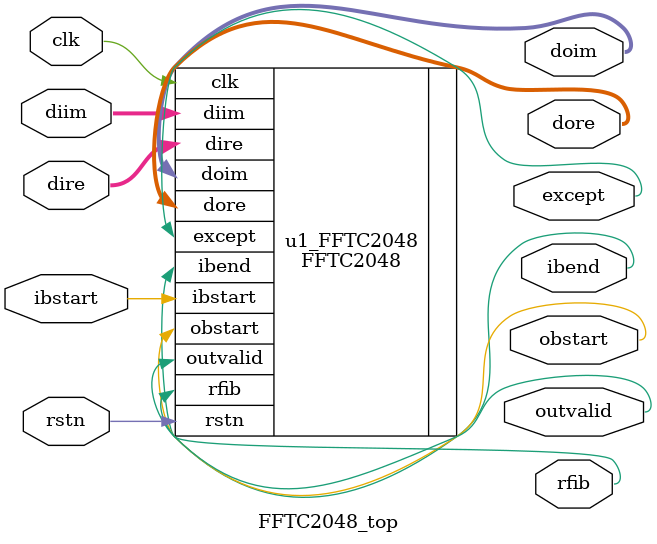
<source format=v>


module FFTC2048_top (
               clk,                       // system clock
               rstn,                      // system reset
               ibstart,                   // input block start indicator
               dire,                      // real part of input data
               diim,                      // imaginary part of input data

               except,                    // exception signal
               rfib,                      // ready for input block
               ibend,                     // input block end
               obstart,                   // output block start
               outvalid,                  // output outvalid
               dore,                      // real part of output data
               doim                       // imaginary part of output data
);
         // input ports
      input                                 clk;
      input                                 rstn;
      input                                 ibstart;
      input [16-1:0]                 dire;
      input [16-1:0]                 diim;
      // output ports
         output                             except;
      output                                rfib;
      output                                ibend;
      output                                obstart;
      output                                outvalid;
      output[16-1:0]                dore;
      output[16-1:0]                doim;
FFTC2048 u1_FFTC2048 (
               .clk(clk),                 // system clock
               .rstn(rstn),               // system reset
               .ibstart(ibstart),         // input block start indicator
               .dire(dire),               // real part of input data
               .diim(diim),               // imaginary part of input data

               .except(except),           // exception signal
               .rfib(rfib),               // ready for input block
               .ibend(ibend),             // input block end
               .obstart(obstart),         // output block start
               .outvalid(outvalid),       // output outvalid
               .dore(dore),               // real part of output data
               .doim(doim)                // imaginary part of output data
);
endmodule

</source>
